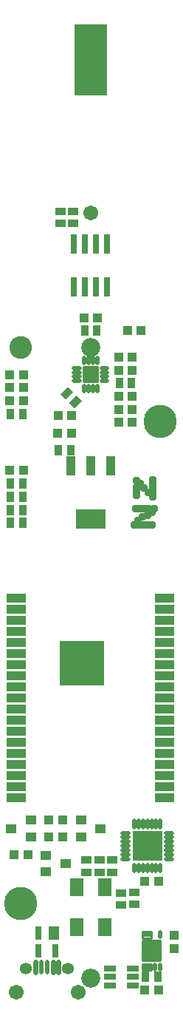
<source format=gbr>
G04 EAGLE Gerber RS-274X export*
G75*
%MOMM*%
%FSLAX34Y34*%
%LPD*%
%INSoldermask Top*%
%IPPOS*%
%AMOC8*
5,1,8,0,0,1.08239X$1,22.5*%
G01*
%ADD10R,1.182300X0.860600*%
%ADD11R,0.860600X1.182300*%
%ADD12R,1.295600X0.975000*%
%ADD13R,1.072900X1.132300*%
%ADD14R,2.203200X1.103200*%
%ADD15R,5.203200X5.203200*%
%ADD16R,0.792400X2.171700*%
%ADD17C,0.473200*%
%ADD18R,3.403200X3.403200*%
%ADD19R,3.703200X8.203200*%
%ADD20C,1.711200*%
%ADD21R,1.503200X2.003200*%
%ADD22R,1.137100X2.168300*%
%ADD23R,3.437100X2.168300*%
%ADD24C,0.553200*%
%ADD25C,0.533200*%
%ADD26C,1.361200*%
%ADD27R,1.194700X1.501400*%
%ADD28R,0.792300X1.501400*%
%ADD29C,0.368509*%
%ADD30C,0.270863*%
%ADD31C,0.523200*%
%ADD32C,2.183200*%
%ADD33C,3.803200*%
%ADD34C,2.593200*%
%ADD35R,1.132300X1.072900*%
%ADD36C,0.483200*%
%ADD37C,0.338975*%
%ADD38R,1.324200X0.802400*%
%ADD39C,0.959600*%


D10*
X135000Y150037D03*
X135000Y163963D03*
D11*
X18037Y550000D03*
X31963Y550000D03*
X31963Y595000D03*
X18037Y595000D03*
D12*
X41125Y190500D03*
X41125Y209500D03*
X18875Y200000D03*
X98875Y209500D03*
X98875Y190500D03*
X121125Y200000D03*
D13*
X17203Y610000D03*
X32797Y610000D03*
X77797Y190000D03*
X62203Y190000D03*
X62203Y210000D03*
X77797Y210000D03*
D14*
X25000Y464300D03*
X25000Y451600D03*
X25000Y438900D03*
X25000Y426200D03*
X25000Y413500D03*
X25000Y400800D03*
X25000Y388100D03*
X25000Y375400D03*
X25000Y362700D03*
X25000Y350000D03*
X25000Y337300D03*
X25000Y324600D03*
X25000Y311900D03*
X25000Y299200D03*
X25000Y286500D03*
X25000Y273800D03*
X25000Y261100D03*
X25000Y248400D03*
X25000Y235700D03*
X195000Y235700D03*
X195000Y248400D03*
X195000Y261100D03*
X195000Y273800D03*
X195000Y286500D03*
X195000Y299200D03*
X195000Y311900D03*
X195000Y324600D03*
X195000Y337300D03*
X195000Y350000D03*
X195000Y362700D03*
X195000Y375400D03*
X195000Y388100D03*
X195000Y400800D03*
X195000Y413500D03*
X195000Y426200D03*
X195000Y438900D03*
X195000Y451600D03*
X195000Y464300D03*
D15*
X100000Y389300D03*
D16*
X90950Y820266D03*
X103650Y820266D03*
X116350Y820266D03*
X129050Y820266D03*
X129050Y869734D03*
X116350Y869734D03*
X103650Y869734D03*
X90950Y869734D03*
D17*
X146350Y195000D02*
X153650Y195000D01*
X153650Y190000D02*
X146350Y190000D01*
X146350Y185000D02*
X153650Y185000D01*
X153650Y180000D02*
X146350Y180000D01*
X146350Y175000D02*
X153650Y175000D01*
X153650Y170000D02*
X146350Y170000D01*
X146350Y165000D02*
X153650Y165000D01*
X160000Y158650D02*
X160000Y151350D01*
X165000Y151350D02*
X165000Y158650D01*
X170000Y158650D02*
X170000Y151350D01*
X175000Y151350D02*
X175000Y158650D01*
X180000Y158650D02*
X180000Y151350D01*
X185000Y151350D02*
X185000Y158650D01*
X190000Y158650D02*
X190000Y151350D01*
X196350Y165000D02*
X203650Y165000D01*
X203650Y170000D02*
X196350Y170000D01*
X196350Y175000D02*
X203650Y175000D01*
X203650Y180000D02*
X196350Y180000D01*
X196350Y185000D02*
X203650Y185000D01*
X203650Y190000D02*
X196350Y190000D01*
X196350Y195000D02*
X203650Y195000D01*
X190000Y201350D02*
X190000Y208650D01*
X185000Y208650D02*
X185000Y201350D01*
X180000Y201350D02*
X180000Y208650D01*
X175000Y208650D02*
X175000Y201350D01*
X170000Y201350D02*
X170000Y208650D01*
X165000Y208650D02*
X165000Y201350D01*
X160000Y201350D02*
X160000Y208650D01*
D18*
X175000Y180000D03*
D19*
X110000Y1080000D03*
D20*
X110000Y905000D03*
D13*
X187797Y140000D03*
X172203Y140000D03*
D10*
X120000Y150037D03*
X120000Y163963D03*
X90000Y893037D03*
X90000Y906963D03*
D21*
X94000Y87000D03*
X126000Y87000D03*
X126000Y133000D03*
X94000Y133000D03*
D12*
X58875Y169500D03*
X58875Y150500D03*
X81125Y160000D03*
D13*
X37797Y170000D03*
X22203Y170000D03*
D11*
X18037Y580000D03*
X31963Y580000D03*
X73037Y633000D03*
X86963Y633000D03*
X18037Y565000D03*
X31963Y565000D03*
D22*
X133000Y615226D03*
X110000Y615226D03*
X87000Y615226D03*
D23*
X110000Y554774D03*
D10*
X105000Y150037D03*
X105000Y163963D03*
D24*
X46500Y47250D02*
X46500Y35750D01*
D25*
X53500Y35650D02*
X53500Y47350D01*
X60000Y47350D02*
X60000Y35650D01*
D24*
X67000Y35750D02*
X67000Y47250D01*
X73000Y47250D02*
X73000Y35750D01*
D20*
X24250Y12700D03*
X95750Y12700D03*
D26*
X84250Y40000D03*
X35750Y40000D03*
D27*
X67588Y80266D03*
D28*
X50400Y80266D03*
X50400Y59734D03*
X69600Y59734D03*
D13*
X32797Y690000D03*
X17203Y690000D03*
D11*
X18037Y675000D03*
X31963Y675000D03*
D13*
X17203Y705000D03*
X32797Y705000D03*
X17203Y720000D03*
X32797Y720000D03*
D29*
X170326Y70674D02*
X170326Y49326D01*
X170326Y70674D02*
X189674Y70674D01*
X189674Y49326D01*
X170326Y49326D01*
X170326Y52827D02*
X189674Y52827D01*
X189674Y56328D02*
X170326Y56328D01*
X170326Y59829D02*
X189674Y59829D01*
X189674Y63330D02*
X170326Y63330D01*
X170326Y66831D02*
X189674Y66831D01*
X189674Y70332D02*
X170326Y70332D01*
D30*
X169338Y45162D02*
X179662Y45162D01*
X179662Y37838D01*
X169338Y37838D01*
X169338Y45162D01*
X169338Y40412D02*
X179662Y40412D01*
X179662Y42986D02*
X169338Y42986D01*
D31*
X183800Y43900D02*
X183800Y39100D01*
X189700Y39100D02*
X189700Y43900D01*
D30*
X179662Y82162D02*
X169338Y82162D01*
X179662Y82162D02*
X179662Y74838D01*
X169338Y74838D01*
X169338Y82162D01*
X169338Y77412D02*
X179662Y77412D01*
X179662Y79986D02*
X169338Y79986D01*
D31*
X189500Y80900D02*
X189500Y76100D01*
D32*
X110000Y28900D03*
X110000Y751100D03*
D33*
X30000Y114000D03*
X190000Y666000D03*
D34*
X30000Y751100D03*
D11*
X173037Y30000D03*
X186963Y30000D03*
D13*
X187797Y15000D03*
X172203Y15000D03*
D35*
X205500Y62203D03*
X205500Y77797D03*
D10*
X145000Y112537D03*
X145000Y126463D03*
D36*
X117500Y732900D02*
X117500Y739100D01*
X112500Y739100D02*
X112500Y732900D01*
X107500Y732900D02*
X107500Y739100D01*
X102500Y739100D02*
X102500Y732900D01*
X97100Y727500D02*
X90900Y727500D01*
X90900Y722500D02*
X97100Y722500D01*
X97100Y717500D02*
X90900Y717500D01*
X90900Y712500D02*
X97100Y712500D01*
X102500Y707100D02*
X102500Y700900D01*
X107500Y700900D02*
X107500Y707100D01*
X112500Y707100D02*
X112500Y700900D01*
X117500Y700900D02*
X117500Y707100D01*
X122900Y712500D02*
X129100Y712500D01*
X129100Y717500D02*
X122900Y717500D01*
X122900Y722500D02*
X129100Y722500D01*
X129100Y727500D02*
X122900Y727500D01*
D37*
X102279Y727721D02*
X102279Y712279D01*
X102279Y727721D02*
X117721Y727721D01*
X117721Y712279D01*
X102279Y712279D01*
X102279Y715499D02*
X117721Y715499D01*
X117721Y718719D02*
X102279Y718719D01*
X102279Y721939D02*
X117721Y721939D01*
X117721Y725159D02*
X102279Y725159D01*
D11*
X116963Y770000D03*
X103037Y770000D03*
D13*
X142203Y725000D03*
X157797Y725000D03*
X142203Y740000D03*
X157797Y740000D03*
D11*
X143037Y710000D03*
X156963Y710000D03*
D13*
X72203Y653000D03*
X87797Y653000D03*
X72503Y673100D03*
X88097Y673100D03*
X142203Y665000D03*
X157797Y665000D03*
X157797Y695000D03*
X142203Y695000D03*
X157797Y680000D03*
X142203Y680000D03*
D10*
X75000Y893037D03*
X75000Y906963D03*
D13*
X117797Y785000D03*
X102203Y785000D03*
X167797Y770000D03*
X152203Y770000D03*
D38*
X132028Y39500D03*
X132028Y30000D03*
X132028Y20500D03*
X157972Y20500D03*
X157972Y30000D03*
X157972Y39500D03*
D11*
G36*
X81439Y691502D02*
X75354Y697587D01*
X83713Y705946D01*
X89798Y699861D01*
X81439Y691502D01*
G37*
G36*
X91287Y681654D02*
X85202Y687739D01*
X93561Y696098D01*
X99646Y690013D01*
X91287Y681654D01*
G37*
D10*
X160000Y113037D03*
X160000Y126963D03*
D39*
X186500Y191500D03*
X163500Y191500D03*
X163500Y168500D03*
X186500Y168500D03*
X175000Y180000D03*
X105700Y724300D03*
X105850Y715750D03*
X169000Y556929D03*
X176464Y566464D03*
X171464Y566464D03*
X180000Y547929D03*
X161464Y566464D03*
X166464Y566464D03*
X175000Y547929D03*
X170000Y547929D03*
X165000Y547929D03*
X164000Y552929D03*
X114000Y715900D03*
X114400Y724400D03*
X175000Y558929D03*
X182536Y566464D03*
X160000Y547929D03*
X180000Y561929D03*
X171464Y589749D03*
X162929Y591213D03*
X162929Y586213D03*
X181464Y599749D03*
X181464Y594749D03*
X162929Y581213D03*
X181464Y589749D03*
X181464Y584749D03*
X181464Y579749D03*
X176464Y584749D03*
X166464Y594749D03*
X162929Y598284D03*
X110000Y720000D03*
X175000Y55000D03*
X180000Y60000D03*
X175000Y65000D03*
X185000Y65000D03*
X185000Y55000D03*
X175000Y60000D03*
X185000Y60000D03*
X180000Y65000D03*
X180000Y55000D03*
M02*

</source>
